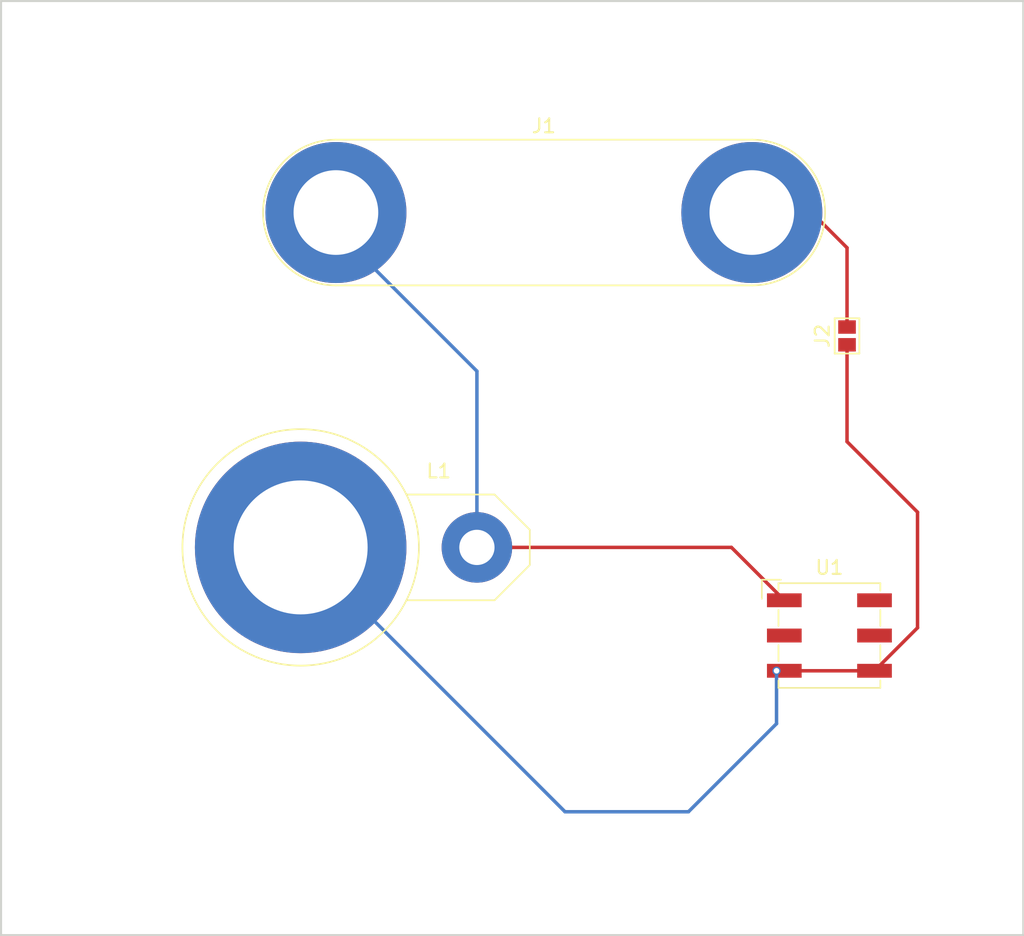
<source format=kicad_pcb>
(kicad_pcb (version 4) (host pcbnew 4.0.7-e2-6376~58~ubuntu16.04.1)

  (general
    (links 6)
    (no_connects 0)
    (area 101.524999 58.344999 175.335001 125.805001)
    (thickness 1.6)
    (drawings 4)
    (tracks 19)
    (zones 0)
    (modules 4)
    (nets 4)
  )

  (page A4)
  (layers
    (0 F.Cu signal)
    (31 B.Cu signal)
    (32 B.Adhes user)
    (33 F.Adhes user)
    (34 B.Paste user)
    (35 F.Paste user)
    (36 B.SilkS user)
    (37 F.SilkS user)
    (38 B.Mask user)
    (39 F.Mask user)
    (40 Dwgs.User user)
    (41 Cmts.User user)
    (42 Eco1.User user)
    (43 Eco2.User user)
    (44 Edge.Cuts user)
    (45 Margin user)
    (46 B.CrtYd user)
    (47 F.CrtYd user)
    (48 B.Fab user)
    (49 F.Fab user)
  )

  (setup
    (last_trace_width 0.25)
    (trace_clearance 0.2)
    (zone_clearance 0.508)
    (zone_45_only no)
    (trace_min 0.25)
    (segment_width 0.2)
    (edge_width 0.15)
    (via_size 0.6)
    (via_drill 0.4)
    (via_min_size 0.4)
    (via_min_drill 0.3)
    (uvia_size 0.3)
    (uvia_drill 0.1)
    (uvias_allowed no)
    (uvia_min_size 0.25)
    (uvia_min_drill 0.1)
    (pcb_text_width 0.3)
    (pcb_text_size 1.5 1.5)
    (mod_edge_width 0.15)
    (mod_text_size 1 1)
    (mod_text_width 0.15)
    (pad_size 1.524 1.524)
    (pad_drill 0.762)
    (pad_to_mask_clearance 0.2)
    (aux_axis_origin 0 0)
    (visible_elements FFFFFF7F)
    (pcbplotparams
      (layerselection 0x00030_80000001)
      (usegerberextensions false)
      (excludeedgelayer true)
      (linewidth 0.100000)
      (plotframeref false)
      (viasonmask false)
      (mode 1)
      (useauxorigin false)
      (hpglpennumber 1)
      (hpglpenspeed 20)
      (hpglpendiameter 15)
      (hpglpenoverlay 2)
      (psnegative false)
      (psa4output false)
      (plotreference true)
      (plotvalue true)
      (plotinvisibletext false)
      (padsonsilk false)
      (subtractmaskfromsilk false)
      (outputformat 1)
      (mirror false)
      (drillshape 1)
      (scaleselection 1)
      (outputdirectory ""))
  )

  (net 0 "")
  (net 1 "Net-(J1-Pad1)")
  (net 2 GND)
  (net 3 "Net-(J2-Pad1)")

  (net_class Default "This is the default net class."
    (clearance 0.2)
    (trace_width 0.25)
    (via_dia 0.6)
    (via_drill 0.4)
    (uvia_dia 0.3)
    (uvia_drill 0.1)
    (add_net GND)
    (add_net "Net-(J1-Pad1)")
    (add_net "Net-(J2-Pad1)")
  )

  (net_class Power ""
    (clearance 0.8)
    (trace_width 0.5)
    (via_dia 0.6)
    (via_drill 0.4)
    (uvia_dia 0.3)
    (uvia_drill 0.1)
  )

  (module Connectors:Banana_Jack_2Pin (layer F.Cu) (tedit 597742E7) (tstamp 5A268FEE)
    (at 125.73 73.66)
    (descr "Dual banana socket, footprint - 2 x 6mm drills")
    (tags "banana socket")
    (path /5A267BA5)
    (fp_text reference J1 (at 14.985 -6.24) (layer F.SilkS)
      (effects (font (size 1 1) (thickness 0.15)))
    )
    (fp_text value Conn_01x02 (at 14.985 6.29) (layer F.Fab)
      (effects (font (size 1 1) (thickness 0.15)))
    )
    (fp_text user %R (at 14.985 0) (layer F.Fab)
      (effects (font (size 1 1) (thickness 0.15)))
    )
    (fp_line (start 30 -5.5) (end 0 -5.5) (layer F.CrtYd) (width 0.05))
    (fp_line (start 0 5.5) (end 30 5.5) (layer F.CrtYd) (width 0.05))
    (fp_line (start 0 5.25) (end 30 5.25) (layer F.SilkS) (width 0.12))
    (fp_line (start 30 -5.25) (end 0 -5.25) (layer F.SilkS) (width 0.12))
    (fp_circle (center 30 0) (end 32 0) (layer F.Fab) (width 0.1))
    (fp_circle (center 0 0) (end 2 0) (layer F.Fab) (width 0.1))
    (fp_circle (center 0 0) (end 4.75 0) (layer F.Fab) (width 0.1))
    (fp_circle (center 30 0) (end 34.75 0) (layer F.Fab) (width 0.1))
    (fp_arc (start 0 0) (end 0 5.5) (angle 180) (layer F.CrtYd) (width 0.05))
    (fp_arc (start 30 0) (end 30 -5.5) (angle 180) (layer F.CrtYd) (width 0.05))
    (fp_arc (start 30 0) (end 30 -5.25) (angle 180) (layer F.SilkS) (width 0.12))
    (fp_arc (start 0 0) (end 0 5.25) (angle 180) (layer F.SilkS) (width 0.12))
    (pad 1 thru_hole circle (at 0 0) (size 10.16 10.16) (drill 6.1) (layers *.Cu *.Mask)
      (net 1 "Net-(J1-Pad1)"))
    (pad 2 thru_hole circle (at 29.97 0) (size 10.16 10.16) (drill 6.1) (layers *.Cu *.Mask)
      (net 2 GND))
    (model ${KISYS3DMOD}/Connectors.3dshapes/Banana_Jack_2Pin.wrl
      (at (xyz 0.59 0 0))
      (scale (xyz 2 2 2))
      (rotate (xyz 0 0 0))
    )
  )

  (module Connectors:GS2 (layer F.Cu) (tedit 586134A1) (tstamp 5A268FFC)
    (at 162.56 82.55 180)
    (descr "2-pin solder bridge")
    (tags "solder bridge")
    (path /5A267D81)
    (attr smd)
    (fp_text reference J2 (at 1.78 0 270) (layer F.SilkS)
      (effects (font (size 1 1) (thickness 0.15)))
    )
    (fp_text value Conn_01x02 (at -1.8 0 270) (layer F.Fab)
      (effects (font (size 1 1) (thickness 0.15)))
    )
    (fp_line (start 1.1 -1.45) (end 1.1 1.5) (layer F.CrtYd) (width 0.05))
    (fp_line (start 1.1 1.5) (end -1.1 1.5) (layer F.CrtYd) (width 0.05))
    (fp_line (start -1.1 1.5) (end -1.1 -1.45) (layer F.CrtYd) (width 0.05))
    (fp_line (start -1.1 -1.45) (end 1.1 -1.45) (layer F.CrtYd) (width 0.05))
    (fp_line (start -0.89 -1.27) (end -0.89 1.27) (layer F.SilkS) (width 0.12))
    (fp_line (start 0.89 1.27) (end 0.89 -1.27) (layer F.SilkS) (width 0.12))
    (fp_line (start 0.89 1.27) (end -0.89 1.27) (layer F.SilkS) (width 0.12))
    (fp_line (start -0.89 -1.27) (end 0.89 -1.27) (layer F.SilkS) (width 0.12))
    (pad 1 smd rect (at 0 -0.64 180) (size 1.27 0.97) (layers F.Cu F.Paste F.Mask)
      (net 3 "Net-(J2-Pad1)"))
    (pad 2 smd rect (at 0 0.64 180) (size 1.27 0.97) (layers F.Cu F.Paste F.Mask)
      (net 2 GND))
  )

  (module Connectors:BNC (layer F.Cu) (tedit 58612DEE) (tstamp 5A26900F)
    (at 135.89 97.79)
    (descr "BNC connector")
    (tags "BNC connector")
    (path /5A267C5C)
    (fp_text reference L1 (at -2.75 -5.5) (layer F.SilkS)
      (effects (font (size 1 1) (thickness 0.15)))
    )
    (fp_text value L (at -3.5 5.5) (layer F.Fab)
      (effects (font (size 1 1) (thickness 0.15)))
    )
    (fp_line (start -4.75 -4.5) (end 1.25 -4.5) (layer F.CrtYd) (width 0.05))
    (fp_line (start 1.25 -4.5) (end 4.5 -1.25) (layer F.CrtYd) (width 0.05))
    (fp_line (start 4.5 -1.25) (end 4.5 1.25) (layer F.CrtYd) (width 0.05))
    (fp_line (start 4.5 1.25) (end 1.25 4.5) (layer F.CrtYd) (width 0.05))
    (fp_line (start 1.25 4.5) (end -4.75 4.5) (layer F.CrtYd) (width 0.05))
    (fp_line (start -5.08 3.81) (end 1.27 3.81) (layer F.SilkS) (width 0.12))
    (fp_line (start 1.27 3.81) (end 3.81 1.27) (layer F.SilkS) (width 0.12))
    (fp_line (start 3.81 1.27) (end 3.81 -1.27) (layer F.SilkS) (width 0.12))
    (fp_line (start 3.81 -1.27) (end 1.27 -3.81) (layer F.SilkS) (width 0.12))
    (fp_line (start 1.27 -3.81) (end -5.08 -3.81) (layer F.SilkS) (width 0.12))
    (fp_circle (center -12.75 0) (end -6.75 5.75) (layer F.Fab) (width 0.1))
    (fp_circle (center -12.7 0) (end -5.08 3.81) (layer F.SilkS) (width 0.12))
    (fp_arc (start -12.7 0) (end -4.75 4.5) (angle 301) (layer F.CrtYd) (width 0.05))
    (pad 2 thru_hole circle (at -12.7 0) (size 15.24 15.24) (drill 9.65) (layers *.Cu *.Mask)
      (net 3 "Net-(J2-Pad1)"))
    (pad 1 thru_hole circle (at 0 0) (size 5.08 5.08) (drill 2.54) (layers *.Cu *.Mask)
      (net 1 "Net-(J1-Pad1)"))
    (model Connectors.3dshapes\BNC.wrl
      (at (xyz -0.5 0 0))
      (scale (xyz 2 2 2))
      (rotate (xyz 0 0 0))
    )
  )

  (module Buttons_Switches_SMD:Nidec_Copal_SH-7010A (layer F.Cu) (tedit 59C45DF2) (tstamp 5A26902F)
    (at 161.29 104.14)
    (descr "4-bit rotary coded switch, J-hook, https://www.nidec-copal-electronics.com/e/catalog/switch/sh-7000.pdf")
    (tags "rotary switch bcd")
    (path /5A267808)
    (attr smd)
    (fp_text reference U1 (at 0 -4.9) (layer F.SilkS)
      (effects (font (size 1 1) (thickness 0.15)))
    )
    (fp_text value GL2576-12TB5T (at 0 4.9) (layer F.Fab)
      (effects (font (size 1 1) (thickness 0.15)))
    )
    (fp_line (start -2.55 -3.65) (end 3.55 -3.65) (layer F.Fab) (width 0.1))
    (fp_line (start 3.55 -3.65) (end 3.55 3.65) (layer F.Fab) (width 0.1))
    (fp_line (start 3.55 3.65) (end -3.55 3.65) (layer F.Fab) (width 0.1))
    (fp_line (start -3.55 3.65) (end -3.55 -2.65) (layer F.Fab) (width 0.1))
    (fp_line (start -3.55 -2.65) (end -2.55 -3.65) (layer F.Fab) (width 0.1))
    (fp_line (start -3.67 -3.24) (end -3.67 -3.77) (layer F.SilkS) (width 0.12))
    (fp_line (start -3.67 -3.77) (end 3.67 -3.77) (layer F.SilkS) (width 0.12))
    (fp_line (start 3.67 -3.77) (end 3.67 -3.24) (layer F.SilkS) (width 0.12))
    (fp_line (start -3.67 3.24) (end -3.67 3.77) (layer F.SilkS) (width 0.12))
    (fp_line (start -3.67 3.77) (end 3.67 3.77) (layer F.SilkS) (width 0.12))
    (fp_line (start 3.67 3.77) (end 3.67 3.24) (layer F.SilkS) (width 0.12))
    (fp_line (start -3.67 -1.84) (end -3.67 -0.7) (layer F.SilkS) (width 0.12))
    (fp_line (start -3.67 0.7) (end -3.67 1.84) (layer F.SilkS) (width 0.12))
    (fp_line (start 3.67 -1.84) (end 3.67 -0.7) (layer F.SilkS) (width 0.12))
    (fp_line (start 3.67 0.7) (end 3.67 1.84) (layer F.SilkS) (width 0.12))
    (fp_line (start -4.87 -2.65) (end -4.87 -4.02) (layer F.SilkS) (width 0.12))
    (fp_line (start -4.87 -4.02) (end -3.5 -4.02) (layer F.SilkS) (width 0.12))
    (fp_line (start -4.75 -3.9) (end -4.75 3.9) (layer F.CrtYd) (width 0.05))
    (fp_line (start -4.75 3.9) (end 4.75 3.9) (layer F.CrtYd) (width 0.05))
    (fp_line (start 4.75 3.9) (end 4.75 -3.9) (layer F.CrtYd) (width 0.05))
    (fp_line (start 4.75 -3.9) (end -4.75 -3.9) (layer F.CrtYd) (width 0.05))
    (fp_text user %R (at 0 0) (layer F.Fab)
      (effects (font (size 1 1) (thickness 0.15)))
    )
    (pad 1 smd rect (at -3.25 -2.54) (size 2.5 1) (layers F.Cu F.Paste F.Mask)
      (net 1 "Net-(J1-Pad1)"))
    (pad 8 smd rect (at 3.25 -2.54) (size 2.5 1) (layers F.Cu F.Paste F.Mask))
    (pad C smd rect (at -3.25 0) (size 2.5 1) (layers F.Cu F.Paste F.Mask))
    (pad C smd rect (at 3.25 0) (size 2.5 1) (layers F.Cu F.Paste F.Mask))
    (pad 4 smd rect (at -3.25 2.54) (size 2.5 1) (layers F.Cu F.Paste F.Mask)
      (net 3 "Net-(J2-Pad1)"))
    (pad 2 smd rect (at 3.25 2.54) (size 2.5 1) (layers F.Cu F.Paste F.Mask)
      (net 3 "Net-(J2-Pad1)"))
    (model ${KISYS3DMOD}/Buttons_Switches_SMD.3dshapes/Nidec_Copal_SH-7010A.wrl
      (at (xyz 0 0 0))
      (scale (xyz 1 1 1))
      (rotate (xyz 0 0 0))
    )
  )

  (gr_line (start 101.6 125.73) (end 101.6 58.42) (angle 90) (layer Edge.Cuts) (width 0.15))
  (gr_line (start 175.26 125.73) (end 101.6 125.73) (angle 90) (layer Edge.Cuts) (width 0.15))
  (gr_line (start 175.26 58.42) (end 175.26 125.73) (angle 90) (layer Edge.Cuts) (width 0.15))
  (gr_line (start 101.6 58.42) (end 175.26 58.42) (angle 90) (layer Edge.Cuts) (width 0.15))

  (segment (start 135.89 97.79) (end 154.23 97.79) (width 0.25) (layer F.Cu) (net 1) (status 400000))
  (segment (start 154.23 97.79) (end 158.04 101.6) (width 0.25) (layer F.Cu) (net 1) (tstamp 5A275E83) (status 800000))
  (segment (start 125.73 73.66) (end 125.73 74.93) (width 0.25) (layer B.Cu) (net 1) (status C00000))
  (segment (start 125.73 74.93) (end 135.89 85.09) (width 0.25) (layer B.Cu) (net 1) (tstamp 5A275E72) (status 400000))
  (segment (start 135.89 85.09) (end 135.89 97.79) (width 0.25) (layer B.Cu) (net 1) (tstamp 5A275E74) (status 800000))
  (segment (start 155.7 73.66) (end 160.02 73.66) (width 0.25) (layer F.Cu) (net 2) (status C00000))
  (segment (start 160.02 73.66) (end 162.56 76.2) (width 0.25) (layer F.Cu) (net 2) (tstamp 5A275E87) (status 400000))
  (segment (start 162.56 76.2) (end 162.56 81.91) (width 0.25) (layer F.Cu) (net 2) (tstamp 5A275E89) (status 800000))
  (segment (start 162.56 83.19) (end 162.56 90.17) (width 0.25) (layer F.Cu) (net 3) (status 400000))
  (segment (start 167.64 103.58) (end 164.54 106.68) (width 0.25) (layer F.Cu) (net 3) (tstamp 5A275E91) (status 800000))
  (segment (start 167.64 95.25) (end 167.64 103.58) (width 0.25) (layer F.Cu) (net 3) (tstamp 5A275E8F))
  (segment (start 162.56 90.17) (end 167.64 95.25) (width 0.25) (layer F.Cu) (net 3) (tstamp 5A275E8D))
  (segment (start 158.04 106.68) (end 164.54 106.68) (width 0.25) (layer F.Cu) (net 3) (status C00000))
  (segment (start 123.19 97.79) (end 142.24 116.84) (width 0.25) (layer B.Cu) (net 3) (status 400000))
  (segment (start 157.48 106.68) (end 158.04 106.68) (width 0.25) (layer F.Cu) (net 3) (tstamp 5A275E7E) (status C00000))
  (via (at 157.48 106.68) (size 0.6) (drill 0.4) (layers F.Cu B.Cu) (net 3) (status 800000))
  (segment (start 157.48 110.49) (end 157.48 106.68) (width 0.25) (layer B.Cu) (net 3) (tstamp 5A275E7B))
  (segment (start 151.13 116.84) (end 157.48 110.49) (width 0.25) (layer B.Cu) (net 3) (tstamp 5A275E79))
  (segment (start 142.24 116.84) (end 151.13 116.84) (width 0.25) (layer B.Cu) (net 3) (tstamp 5A275E78))

)

</source>
